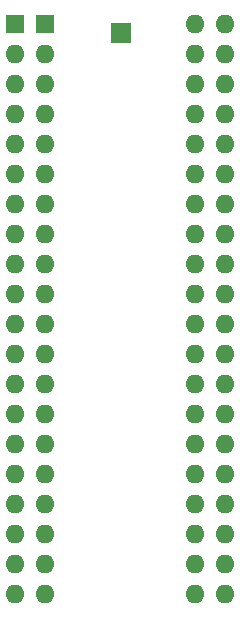
<source format=gbr>
%TF.GenerationSoftware,KiCad,Pcbnew,(5.1.10)-1*%
%TF.CreationDate,2021-09-20T15:06:15+02:00*%
%TF.ProjectId,R6522decode,52363532-3264-4656-936f-64652e6b6963,rev?*%
%TF.SameCoordinates,Original*%
%TF.FileFunction,Soldermask,Bot*%
%TF.FilePolarity,Negative*%
%FSLAX46Y46*%
G04 Gerber Fmt 4.6, Leading zero omitted, Abs format (unit mm)*
G04 Created by KiCad (PCBNEW (5.1.10)-1) date 2021-09-20 15:06:15*
%MOMM*%
%LPD*%
G01*
G04 APERTURE LIST*
%ADD10R,1.700000X1.700000*%
%ADD11O,1.600000X1.600000*%
%ADD12R,1.600000X1.600000*%
G04 APERTURE END LIST*
D10*
%TO.C,J1*%
X108350000Y-75180000D03*
%TD*%
D11*
%TO.C,U1*%
X114665001Y-74435001D03*
X99425001Y-122695001D03*
X114665001Y-76975001D03*
X99425001Y-120155001D03*
X114665001Y-79515001D03*
X99425001Y-117615001D03*
X114665001Y-82055001D03*
X99425001Y-115075001D03*
X114665001Y-84595001D03*
X99425001Y-112535001D03*
X114665001Y-87135001D03*
X99425001Y-109995001D03*
X114665001Y-89675001D03*
X99425001Y-107455001D03*
X114665001Y-92215001D03*
X99425001Y-104915001D03*
X114665001Y-94755001D03*
X99425001Y-102375001D03*
X114665001Y-97295001D03*
X99425001Y-99835001D03*
X114665001Y-99835001D03*
X99425001Y-97295001D03*
X114665001Y-102375001D03*
X99425001Y-94755001D03*
X114665001Y-104915001D03*
X99425001Y-92215001D03*
X114665001Y-107455001D03*
X99425001Y-89675001D03*
X114665001Y-109995001D03*
X99425001Y-87135001D03*
X114665001Y-112535001D03*
X99425001Y-84595001D03*
X114665001Y-115075001D03*
X99425001Y-82055001D03*
X114665001Y-117615001D03*
X99425001Y-79515001D03*
X114665001Y-120155001D03*
X99425001Y-76975001D03*
X114665001Y-122695001D03*
D12*
X99425001Y-74435001D03*
%TD*%
%TO.C,U2*%
X101920000Y-74430000D03*
D11*
X117160000Y-122690000D03*
X101920000Y-76970000D03*
X117160000Y-120150000D03*
X101920000Y-79510000D03*
X117160000Y-117610000D03*
X101920000Y-82050000D03*
X117160000Y-115070000D03*
X101920000Y-84590000D03*
X117160000Y-112530000D03*
X101920000Y-87130000D03*
X117160000Y-109990000D03*
X101920000Y-89670000D03*
X117160000Y-107450000D03*
X101920000Y-92210000D03*
X117160000Y-104910000D03*
X101920000Y-94750000D03*
X117160000Y-102370000D03*
X101920000Y-97290000D03*
X117160000Y-99830000D03*
X101920000Y-99830000D03*
X117160000Y-97290000D03*
X101920000Y-102370000D03*
X117160000Y-94750000D03*
X101920000Y-104910000D03*
X117160000Y-92210000D03*
X101920000Y-107450000D03*
X117160000Y-89670000D03*
X101920000Y-109990000D03*
X117160000Y-87130000D03*
X101920000Y-112530000D03*
X117160000Y-84590000D03*
X101920000Y-115070000D03*
X117160000Y-82050000D03*
X101920000Y-117610000D03*
X117160000Y-79510000D03*
X101920000Y-120150000D03*
X117160000Y-76970000D03*
X101920000Y-122690000D03*
X117160000Y-74430000D03*
%TD*%
M02*

</source>
